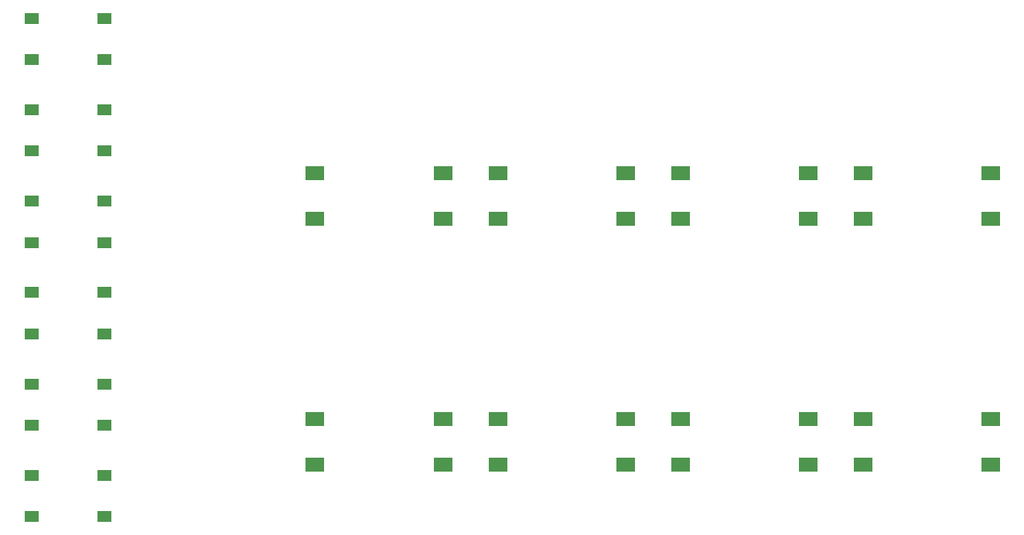
<source format=gtp>
G04 #@! TF.GenerationSoftware,KiCad,Pcbnew,6.0.8*
G04 #@! TF.CreationDate,2022-10-19T16:45:40+03:00*
G04 #@! TF.ProjectId,keypad,6b657970-6164-42e6-9b69-6361645f7063,B*
G04 #@! TF.SameCoordinates,Original*
G04 #@! TF.FileFunction,Paste,Top*
G04 #@! TF.FilePolarity,Positive*
%FSLAX46Y46*%
G04 Gerber Fmt 4.6, Leading zero omitted, Abs format (unit mm)*
G04 Created by KiCad (PCBNEW 6.0.8) date 2022-10-19 16:45:40*
%MOMM*%
%LPD*%
G01*
G04 APERTURE LIST*
%ADD10R,1.550000X1.300000*%
%ADD11R,2.000000X1.500000*%
G04 APERTURE END LIST*
D10*
X85161200Y-102030000D03*
X93121200Y-102030000D03*
X93121200Y-106530000D03*
X85161200Y-106530000D03*
D11*
X156202000Y-103986000D03*
X170202000Y-103986000D03*
X170202000Y-98986000D03*
X156202000Y-98986000D03*
D10*
X85161200Y-82030000D03*
X93121200Y-82030000D03*
X85161200Y-86530000D03*
X93121200Y-86530000D03*
D11*
X116202000Y-103986000D03*
X130202000Y-103986000D03*
X116202000Y-98986000D03*
X130202000Y-98986000D03*
X190202000Y-103986000D03*
X176202000Y-103986000D03*
X190202000Y-98986000D03*
X176202000Y-98986000D03*
D10*
X93121200Y-92030000D03*
X85161200Y-92030000D03*
X93121200Y-96530000D03*
X85161200Y-96530000D03*
D11*
X190202000Y-125910000D03*
X176202000Y-125910000D03*
X176202000Y-130910000D03*
X190202000Y-130910000D03*
X156202000Y-125910000D03*
X170202000Y-125910000D03*
X170202000Y-130910000D03*
X156202000Y-130910000D03*
D10*
X93121200Y-112030000D03*
X85161200Y-112030000D03*
X85161200Y-116530000D03*
X93121200Y-116530000D03*
D11*
X150202000Y-103986000D03*
X136202000Y-103986000D03*
X150202000Y-98986000D03*
X136202000Y-98986000D03*
X116202000Y-125910000D03*
X130202000Y-125910000D03*
X116202000Y-130910000D03*
X130202000Y-130910000D03*
X150202000Y-125910000D03*
X136202000Y-125910000D03*
X150202000Y-130910000D03*
X136202000Y-130910000D03*
D10*
X93121200Y-122030000D03*
X85161200Y-122030000D03*
X85161200Y-126530000D03*
X93121200Y-126530000D03*
X85161200Y-132030000D03*
X93121200Y-132030000D03*
X93121200Y-136530000D03*
X85161200Y-136530000D03*
M02*

</source>
